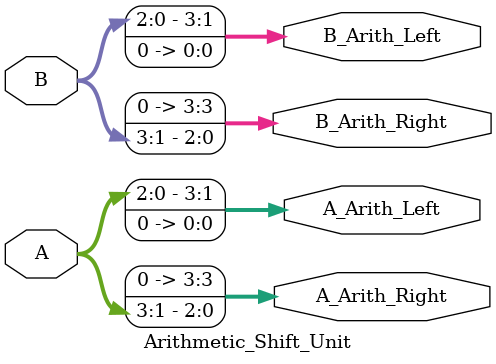
<source format=v>
module Arithmetic_Shift_Unit (
    input  [3:0] A , B ,
    output [3:0] A_Arith_Right , B_Arith_Right , A_Arith_Left , B_Arith_Left
);

assign A_Arith_Right = A >>> 1 ;
assign A_Arith_Left  = A <<< 1 ;

assign B_Arith_Right = B >>> 1 ;
assign B_Arith_Left  = B <<< 1 ;

endmodule 

</source>
